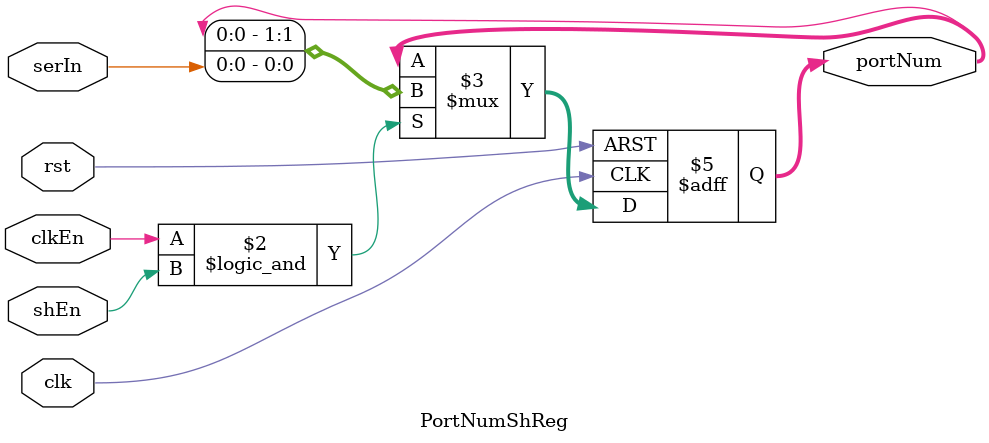
<source format=v>
module PortNumShReg(
    input clk, rst, clkEn, serIn, shEn,
    output reg [1:0] portNum
);

    always @(posedge clk, posedge rst) begin
        if (rst) begin
            portNum <= 2'b00;
        end
        else if (clkEn && shEn) begin
            portNum <= {portNum[0], serIn};
        end
        
    end

endmodule

</source>
